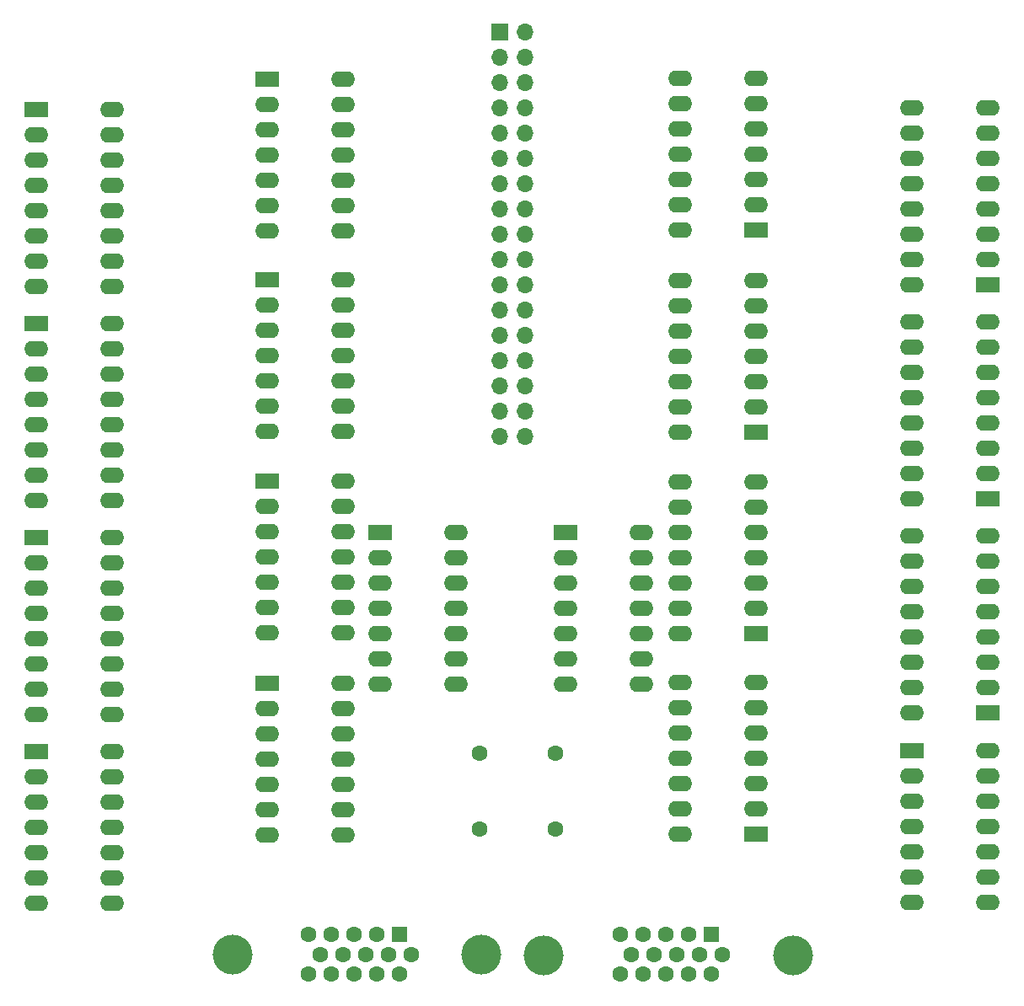
<source format=gbr>
%TF.GenerationSoftware,KiCad,Pcbnew,(6.0.5)*%
%TF.CreationDate,2022-10-16T21:35:54+03:00*%
%TF.ProjectId,VGA_SCREENSYNC,5647415f-5343-4524-9545-4e53594e432e,rev?*%
%TF.SameCoordinates,Original*%
%TF.FileFunction,Soldermask,Top*%
%TF.FilePolarity,Negative*%
%FSLAX46Y46*%
G04 Gerber Fmt 4.6, Leading zero omitted, Abs format (unit mm)*
G04 Created by KiCad (PCBNEW (6.0.5)) date 2022-10-16 21:35:54*
%MOMM*%
%LPD*%
G01*
G04 APERTURE LIST*
%ADD10C,4.000000*%
%ADD11R,1.600000X1.600000*%
%ADD12C,1.600000*%
%ADD13R,2.400000X1.600000*%
%ADD14O,2.400000X1.600000*%
%ADD15R,1.700000X1.700000*%
%ADD16O,1.700000X1.700000*%
G04 APERTURE END LIST*
D10*
%TO.C,VGA PORT 1*%
X70195000Y-137480000D03*
X95195000Y-137480000D03*
D11*
X87010000Y-135430000D03*
D12*
X84720000Y-135430000D03*
X82430000Y-135430000D03*
X80140000Y-135430000D03*
X77850000Y-135430000D03*
X88155000Y-137410000D03*
X85865000Y-137410000D03*
X83575000Y-137410000D03*
X81285000Y-137410000D03*
X78995000Y-137410000D03*
X87010000Y-139390000D03*
X84720000Y-139390000D03*
X82430000Y-139390000D03*
X80140000Y-139390000D03*
X77850000Y-139390000D03*
%TD*%
%TO.C,*%
X95010000Y-117250000D03*
%TD*%
D13*
%TO.C,74LS30*%
X122800000Y-84960000D03*
D14*
X122800000Y-82420000D03*
X122800000Y-79880000D03*
X122800000Y-77340000D03*
X122800000Y-74800000D03*
X122800000Y-72260000D03*
X122800000Y-69720000D03*
X115180000Y-69720000D03*
X115180000Y-72260000D03*
X115180000Y-74800000D03*
X115180000Y-77340000D03*
X115180000Y-79880000D03*
X115180000Y-82420000D03*
X115180000Y-84960000D03*
%TD*%
D13*
%TO.C,74LS161*%
X146100000Y-113110000D03*
D14*
X146100000Y-110570000D03*
X146100000Y-108030000D03*
X146100000Y-105490000D03*
X146100000Y-102950000D03*
X146100000Y-100410000D03*
X146100000Y-97870000D03*
X146100000Y-95330000D03*
X138480000Y-95330000D03*
X138480000Y-97870000D03*
X138480000Y-100410000D03*
X138480000Y-102950000D03*
X138480000Y-105490000D03*
X138480000Y-108030000D03*
X138480000Y-110570000D03*
X138480000Y-113110000D03*
%TD*%
D13*
%TO.C,74LS30*%
X73700000Y-110160000D03*
D14*
X73700000Y-112700000D03*
X73700000Y-115240000D03*
X73700000Y-117780000D03*
X73700000Y-120320000D03*
X73700000Y-122860000D03*
X73700000Y-125400000D03*
X81320000Y-125400000D03*
X81320000Y-122860000D03*
X81320000Y-120320000D03*
X81320000Y-117780000D03*
X81320000Y-115240000D03*
X81320000Y-112700000D03*
X81320000Y-110160000D03*
%TD*%
D12*
%TO.C,*%
X95010000Y-124850000D03*
%TD*%
D13*
%TO.C,74LS161*%
X146100000Y-70110000D03*
D14*
X146100000Y-67570000D03*
X146100000Y-65030000D03*
X146100000Y-62490000D03*
X146100000Y-59950000D03*
X146100000Y-57410000D03*
X146100000Y-54870000D03*
X146100000Y-52330000D03*
X138480000Y-52330000D03*
X138480000Y-54870000D03*
X138480000Y-57410000D03*
X138480000Y-59950000D03*
X138480000Y-62490000D03*
X138480000Y-65030000D03*
X138480000Y-67570000D03*
X138480000Y-70110000D03*
%TD*%
D13*
%TO.C,74LS30*%
X73700000Y-69660000D03*
D14*
X73700000Y-72200000D03*
X73700000Y-74740000D03*
X73700000Y-77280000D03*
X73700000Y-79820000D03*
X73700000Y-82360000D03*
X73700000Y-84900000D03*
X81320000Y-84900000D03*
X81320000Y-82360000D03*
X81320000Y-79820000D03*
X81320000Y-77280000D03*
X81320000Y-74740000D03*
X81320000Y-72200000D03*
X81320000Y-69660000D03*
%TD*%
D12*
%TO.C,*%
X102610000Y-117250000D03*
%TD*%
D13*
%TO.C,74LS04*%
X138500000Y-116930000D03*
D14*
X138500000Y-119470000D03*
X138500000Y-122010000D03*
X138500000Y-124550000D03*
X138500000Y-127090000D03*
X138500000Y-129630000D03*
X138500000Y-132170000D03*
X146120000Y-132170000D03*
X146120000Y-129630000D03*
X146120000Y-127090000D03*
X146120000Y-124550000D03*
X146120000Y-122010000D03*
X146120000Y-119470000D03*
X146120000Y-116930000D03*
%TD*%
D13*
%TO.C,74LS30*%
X122800000Y-105160000D03*
D14*
X122800000Y-102620000D03*
X122800000Y-100080000D03*
X122800000Y-97540000D03*
X122800000Y-95000000D03*
X122800000Y-92460000D03*
X122800000Y-89920000D03*
X115180000Y-89920000D03*
X115180000Y-92460000D03*
X115180000Y-95000000D03*
X115180000Y-97540000D03*
X115180000Y-100080000D03*
X115180000Y-102620000D03*
X115180000Y-105160000D03*
%TD*%
D13*
%TO.C,74LS04*%
X50500000Y-117060000D03*
D14*
X50500000Y-119600000D03*
X50500000Y-122140000D03*
X50500000Y-124680000D03*
X50500000Y-127220000D03*
X50500000Y-129760000D03*
X50500000Y-132300000D03*
X58120000Y-132300000D03*
X58120000Y-129760000D03*
X58120000Y-127220000D03*
X58120000Y-124680000D03*
X58120000Y-122140000D03*
X58120000Y-119600000D03*
X58120000Y-117060000D03*
%TD*%
D13*
%TO.C,74LS30*%
X73700000Y-89860000D03*
D14*
X73700000Y-92400000D03*
X73700000Y-94940000D03*
X73700000Y-97480000D03*
X73700000Y-100020000D03*
X73700000Y-102560000D03*
X73700000Y-105100000D03*
X81320000Y-105100000D03*
X81320000Y-102560000D03*
X81320000Y-100020000D03*
X81320000Y-97480000D03*
X81320000Y-94940000D03*
X81320000Y-92400000D03*
X81320000Y-89860000D03*
%TD*%
D13*
%TO.C,74LS00*%
X85010000Y-95025000D03*
D14*
X85010000Y-97565000D03*
X85010000Y-100105000D03*
X85010000Y-102645000D03*
X85010000Y-105185000D03*
X85010000Y-107725000D03*
X85010000Y-110265000D03*
X92630000Y-110265000D03*
X92630000Y-107725000D03*
X92630000Y-105185000D03*
X92630000Y-102645000D03*
X92630000Y-100105000D03*
X92630000Y-97565000D03*
X92630000Y-95025000D03*
%TD*%
D13*
%TO.C,74LS00*%
X103690000Y-94990000D03*
D14*
X103690000Y-97530000D03*
X103690000Y-100070000D03*
X103690000Y-102610000D03*
X103690000Y-105150000D03*
X103690000Y-107690000D03*
X103690000Y-110230000D03*
X111310000Y-110230000D03*
X111310000Y-107690000D03*
X111310000Y-105150000D03*
X111310000Y-102610000D03*
X111310000Y-100070000D03*
X111310000Y-97530000D03*
X111310000Y-94990000D03*
%TD*%
D10*
%TO.C,VGA PORT 2*%
X126490000Y-137490000D03*
X101490000Y-137490000D03*
D11*
X118305000Y-135440000D03*
D12*
X116015000Y-135440000D03*
X113725000Y-135440000D03*
X111435000Y-135440000D03*
X109145000Y-135440000D03*
X119450000Y-137420000D03*
X117160000Y-137420000D03*
X114870000Y-137420000D03*
X112580000Y-137420000D03*
X110290000Y-137420000D03*
X118305000Y-139400000D03*
X116015000Y-139400000D03*
X113725000Y-139400000D03*
X111435000Y-139400000D03*
X109145000Y-139400000D03*
%TD*%
D13*
%TO.C,74LS30*%
X122800000Y-125360000D03*
D14*
X122800000Y-122820000D03*
X122800000Y-120280000D03*
X122800000Y-117740000D03*
X122800000Y-115200000D03*
X122800000Y-112660000D03*
X122800000Y-110120000D03*
X115180000Y-110120000D03*
X115180000Y-112660000D03*
X115180000Y-115200000D03*
X115180000Y-117740000D03*
X115180000Y-120280000D03*
X115180000Y-122820000D03*
X115180000Y-125360000D03*
%TD*%
D13*
%TO.C,74LS30*%
X122800000Y-64660000D03*
D14*
X122800000Y-62120000D03*
X122800000Y-59580000D03*
X122800000Y-57040000D03*
X122800000Y-54500000D03*
X122800000Y-51960000D03*
X122800000Y-49420000D03*
X115180000Y-49420000D03*
X115180000Y-51960000D03*
X115180000Y-54500000D03*
X115180000Y-57040000D03*
X115180000Y-59580000D03*
X115180000Y-62120000D03*
X115180000Y-64660000D03*
%TD*%
D13*
%TO.C,74LS30*%
X73700000Y-49460000D03*
D14*
X73700000Y-52000000D03*
X73700000Y-54540000D03*
X73700000Y-57080000D03*
X73700000Y-59620000D03*
X73700000Y-62160000D03*
X73700000Y-64700000D03*
X81320000Y-64700000D03*
X81320000Y-62160000D03*
X81320000Y-59620000D03*
X81320000Y-57080000D03*
X81320000Y-54540000D03*
X81320000Y-52000000D03*
X81320000Y-49460000D03*
%TD*%
D12*
%TO.C,*%
X102610000Y-124850000D03*
%TD*%
D13*
%TO.C,74LS161*%
X50500000Y-52560000D03*
D14*
X50500000Y-55100000D03*
X50500000Y-57640000D03*
X50500000Y-60180000D03*
X50500000Y-62720000D03*
X50500000Y-65260000D03*
X50500000Y-67800000D03*
X50500000Y-70340000D03*
X58120000Y-70340000D03*
X58120000Y-67800000D03*
X58120000Y-65260000D03*
X58120000Y-62720000D03*
X58120000Y-60180000D03*
X58120000Y-57640000D03*
X58120000Y-55100000D03*
X58120000Y-52560000D03*
%TD*%
D13*
%TO.C,74LS161*%
X146100000Y-91610000D03*
D14*
X146100000Y-89070000D03*
X146100000Y-86530000D03*
X146100000Y-83990000D03*
X146100000Y-81450000D03*
X146100000Y-78910000D03*
X146100000Y-76370000D03*
X146100000Y-73830000D03*
X138480000Y-73830000D03*
X138480000Y-76370000D03*
X138480000Y-78910000D03*
X138480000Y-81450000D03*
X138480000Y-83990000D03*
X138480000Y-86530000D03*
X138480000Y-89070000D03*
X138480000Y-91610000D03*
%TD*%
D13*
%TO.C,74LS161*%
X50500000Y-95560000D03*
D14*
X50500000Y-98100000D03*
X50500000Y-100640000D03*
X50500000Y-103180000D03*
X50500000Y-105720000D03*
X50500000Y-108260000D03*
X50500000Y-110800000D03*
X50500000Y-113340000D03*
X58120000Y-113340000D03*
X58120000Y-110800000D03*
X58120000Y-108260000D03*
X58120000Y-105720000D03*
X58120000Y-103180000D03*
X58120000Y-100640000D03*
X58120000Y-98100000D03*
X58120000Y-95560000D03*
%TD*%
D13*
%TO.C,74LS161*%
X50500000Y-74060000D03*
D14*
X50500000Y-76600000D03*
X50500000Y-79140000D03*
X50500000Y-81680000D03*
X50500000Y-84220000D03*
X50500000Y-86760000D03*
X50500000Y-89300000D03*
X50500000Y-91840000D03*
X58120000Y-91840000D03*
X58120000Y-89300000D03*
X58120000Y-86760000D03*
X58120000Y-84220000D03*
X58120000Y-81680000D03*
X58120000Y-79140000D03*
X58120000Y-76600000D03*
X58120000Y-74060000D03*
%TD*%
D15*
%TO.C,2x17 Connector  *%
X97070000Y-44750000D03*
D16*
X99610000Y-44750000D03*
X97070000Y-47290000D03*
X99610000Y-47290000D03*
X97070000Y-49830000D03*
X99610000Y-49830000D03*
X97070000Y-52370000D03*
X99610000Y-52370000D03*
X97070000Y-54910000D03*
X99610000Y-54910000D03*
X97070000Y-57450000D03*
X99610000Y-57450000D03*
X97070000Y-59990000D03*
X99610000Y-59990000D03*
X97070000Y-62530000D03*
X99610000Y-62530000D03*
X97070000Y-65070000D03*
X99610000Y-65070000D03*
X97070000Y-67610000D03*
X99610000Y-67610000D03*
X97070000Y-70150000D03*
X99610000Y-70150000D03*
X97070000Y-72690000D03*
X99610000Y-72690000D03*
X97070000Y-75230000D03*
X99610000Y-75230000D03*
X97070000Y-77770000D03*
X99610000Y-77770000D03*
X97070000Y-80310000D03*
X99610000Y-80310000D03*
X97070000Y-82850000D03*
X99610000Y-82850000D03*
X97070000Y-85390000D03*
X99610000Y-85390000D03*
%TD*%
M02*

</source>
